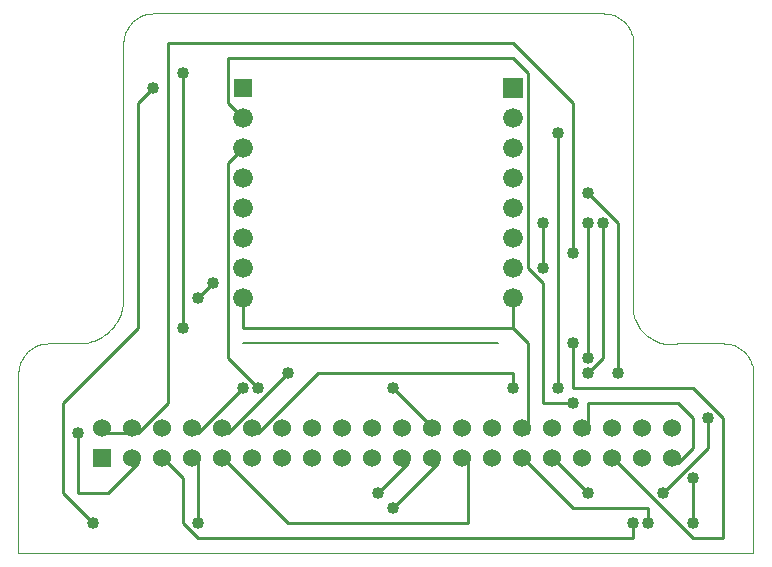
<source format=gtl>
G75*
%MOIN*%
%OFA0B0*%
%FSLAX24Y24*%
%IPPOS*%
%LPD*%
%AMOC8*
5,1,8,0,0,1.08239X$1,22.5*
%
%ADD10C,0.0000*%
%ADD11R,0.0600X0.0600*%
%ADD12C,0.0600*%
%ADD13C,0.0660*%
%ADD14R,0.0660X0.0660*%
%ADD15C,0.0050*%
%ADD16C,0.0100*%
%ADD17C,0.0400*%
D10*
X000500Y000100D02*
X000500Y006100D01*
X000502Y006160D01*
X000507Y006221D01*
X000516Y006280D01*
X000529Y006339D01*
X000545Y006398D01*
X000565Y006455D01*
X000588Y006510D01*
X000615Y006565D01*
X000644Y006617D01*
X000677Y006668D01*
X000713Y006717D01*
X000751Y006763D01*
X000793Y006807D01*
X000837Y006849D01*
X000883Y006887D01*
X000932Y006923D01*
X000983Y006956D01*
X001035Y006985D01*
X001090Y007012D01*
X001145Y007035D01*
X001202Y007055D01*
X001261Y007071D01*
X001320Y007084D01*
X001379Y007093D01*
X001440Y007098D01*
X001500Y007100D01*
X002500Y007100D01*
X002576Y007102D01*
X002652Y007108D01*
X002727Y007117D01*
X002802Y007131D01*
X002876Y007148D01*
X002949Y007169D01*
X003021Y007193D01*
X003092Y007222D01*
X003161Y007253D01*
X003228Y007288D01*
X003293Y007327D01*
X003357Y007369D01*
X003418Y007414D01*
X003477Y007462D01*
X003533Y007513D01*
X003587Y007567D01*
X003638Y007623D01*
X003686Y007682D01*
X003731Y007743D01*
X003773Y007807D01*
X003812Y007872D01*
X003847Y007939D01*
X003878Y008008D01*
X003907Y008079D01*
X003931Y008151D01*
X003952Y008224D01*
X003969Y008298D01*
X003983Y008373D01*
X003992Y008448D01*
X003998Y008524D01*
X004000Y008600D01*
X004000Y017100D01*
X004002Y017160D01*
X004007Y017221D01*
X004016Y017280D01*
X004029Y017339D01*
X004045Y017398D01*
X004065Y017455D01*
X004088Y017510D01*
X004115Y017565D01*
X004144Y017617D01*
X004177Y017668D01*
X004213Y017717D01*
X004251Y017763D01*
X004293Y017807D01*
X004337Y017849D01*
X004383Y017887D01*
X004432Y017923D01*
X004483Y017956D01*
X004535Y017985D01*
X004590Y018012D01*
X004645Y018035D01*
X004702Y018055D01*
X004761Y018071D01*
X004820Y018084D01*
X004879Y018093D01*
X004940Y018098D01*
X005000Y018100D01*
X020000Y018100D01*
X020060Y018098D01*
X020121Y018093D01*
X020180Y018084D01*
X020239Y018071D01*
X020298Y018055D01*
X020355Y018035D01*
X020410Y018012D01*
X020465Y017985D01*
X020517Y017956D01*
X020568Y017923D01*
X020617Y017887D01*
X020663Y017849D01*
X020707Y017807D01*
X020749Y017763D01*
X020787Y017717D01*
X020823Y017668D01*
X020856Y017617D01*
X020885Y017565D01*
X020912Y017510D01*
X020935Y017455D01*
X020955Y017398D01*
X020971Y017339D01*
X020984Y017280D01*
X020993Y017221D01*
X020998Y017160D01*
X021000Y017100D01*
X021000Y008100D01*
X021015Y008033D01*
X021034Y007966D01*
X021057Y007901D01*
X021083Y007837D01*
X021112Y007775D01*
X021145Y007714D01*
X021181Y007655D01*
X021220Y007598D01*
X021263Y007543D01*
X021308Y007491D01*
X021356Y007441D01*
X021406Y007394D01*
X021459Y007350D01*
X021514Y007309D01*
X021572Y007270D01*
X021631Y007235D01*
X021692Y007203D01*
X021755Y007175D01*
X021820Y007150D01*
X021885Y007128D01*
X021952Y007110D01*
X022020Y007096D01*
X022088Y007085D01*
X022156Y007078D01*
X022225Y007075D01*
X022294Y007076D01*
X022363Y007080D01*
X022432Y007088D01*
X022500Y007100D01*
X024000Y007100D01*
X024060Y007098D01*
X024121Y007093D01*
X024180Y007084D01*
X024239Y007071D01*
X024298Y007055D01*
X024355Y007035D01*
X024410Y007012D01*
X024465Y006985D01*
X024517Y006956D01*
X024568Y006923D01*
X024617Y006887D01*
X024663Y006849D01*
X024707Y006807D01*
X024749Y006763D01*
X024787Y006717D01*
X024823Y006668D01*
X024856Y006617D01*
X024885Y006565D01*
X024912Y006510D01*
X024935Y006455D01*
X024955Y006398D01*
X024971Y006339D01*
X024984Y006280D01*
X024993Y006221D01*
X024998Y006160D01*
X025000Y006100D01*
X025000Y000100D01*
X000500Y000100D01*
D11*
X003295Y003269D03*
X008000Y015600D03*
D12*
X008290Y004270D03*
X007290Y004270D03*
X006290Y004270D03*
X005290Y004270D03*
X004290Y004270D03*
X003290Y004270D03*
X004290Y003270D03*
X005290Y003270D03*
X006290Y003270D03*
X007290Y003270D03*
X008290Y003270D03*
X009290Y003270D03*
X010290Y003270D03*
X011290Y003270D03*
X012290Y003270D03*
X013290Y003270D03*
X014290Y003270D03*
X015290Y003270D03*
X016290Y003270D03*
X017290Y003270D03*
X018290Y003270D03*
X019290Y003270D03*
X020290Y003270D03*
X021290Y003270D03*
X022290Y003270D03*
X022290Y004270D03*
X021290Y004270D03*
X020290Y004270D03*
X019290Y004270D03*
X018290Y004270D03*
X017290Y004270D03*
X016290Y004270D03*
X015290Y004270D03*
X014290Y004270D03*
X013290Y004270D03*
X012290Y004270D03*
X011290Y004270D03*
X010290Y004270D03*
X009290Y004270D03*
D13*
X008000Y008600D03*
X008000Y009600D03*
X008000Y010600D03*
X008000Y011600D03*
X008000Y012600D03*
X008000Y013600D03*
X008000Y014600D03*
X017000Y014600D03*
X017000Y013600D03*
X017000Y012600D03*
X017000Y011600D03*
X017000Y010600D03*
X017000Y009600D03*
X017000Y008600D03*
D14*
X017000Y015600D03*
D15*
X016500Y007100D02*
X008000Y007100D01*
D16*
X008000Y007600D02*
X017000Y007600D01*
X017500Y007100D01*
X017500Y004100D01*
X017290Y004270D01*
X018000Y005100D02*
X018000Y009100D01*
X017500Y009600D01*
X017500Y016100D01*
X017000Y016600D01*
X007500Y016600D01*
X007500Y015100D01*
X008000Y014600D01*
X008000Y013600D02*
X007500Y013100D01*
X007500Y006600D01*
X008500Y005600D01*
X008000Y005600D02*
X006500Y004100D01*
X006290Y004270D01*
X007290Y004270D02*
X007500Y004100D01*
X009500Y006100D01*
X010500Y006100D02*
X017000Y006100D01*
X017000Y005600D01*
X018000Y005100D02*
X019000Y005100D01*
X019000Y005600D02*
X019000Y007100D01*
X019500Y006600D02*
X019500Y011100D01*
X020000Y011100D02*
X020000Y006600D01*
X019500Y006100D01*
X019000Y005600D02*
X023000Y005600D01*
X024000Y004600D01*
X024000Y000600D01*
X023000Y000600D01*
X020500Y003100D01*
X020290Y003270D01*
X019500Y004100D02*
X019290Y004270D01*
X019500Y004100D02*
X019500Y005100D01*
X022500Y005100D01*
X023000Y004600D01*
X023000Y003600D01*
X022500Y003100D01*
X022290Y003270D01*
X023000Y002600D02*
X023000Y001100D01*
X022000Y002100D02*
X023500Y003600D01*
X023500Y004600D01*
X020500Y006100D02*
X020500Y011100D01*
X019500Y012100D01*
X018000Y011100D02*
X018000Y009600D01*
X019000Y010100D02*
X019000Y015100D01*
X017000Y017100D01*
X005500Y017100D01*
X005500Y005100D01*
X004500Y004100D01*
X004290Y004270D01*
X004500Y004100D02*
X003500Y004100D01*
X003290Y004270D01*
X002500Y004100D02*
X002500Y002100D01*
X003500Y002100D01*
X004500Y003100D01*
X004290Y003270D01*
X005290Y003270D02*
X005500Y003100D01*
X006000Y002600D01*
X006000Y001100D01*
X006500Y000600D01*
X021000Y000600D01*
X021000Y001100D01*
X021500Y001100D02*
X021500Y001600D01*
X019000Y001600D01*
X017500Y003100D01*
X017290Y003270D01*
X018290Y003270D02*
X018500Y003100D01*
X019500Y002100D01*
X015500Y003100D02*
X015500Y001100D01*
X009500Y001100D01*
X007500Y003100D01*
X007290Y003270D01*
X006500Y003100D02*
X006290Y003270D01*
X006500Y003100D02*
X006500Y001100D01*
X003000Y001100D02*
X002000Y002100D01*
X002000Y005100D01*
X004500Y007600D01*
X004500Y015100D01*
X005000Y015600D01*
X006000Y016100D02*
X006000Y007600D01*
X006500Y008600D02*
X007000Y009100D01*
X008000Y008600D02*
X008000Y007600D01*
X010500Y006100D02*
X008500Y004100D01*
X008290Y004270D01*
X012500Y002100D02*
X013500Y003100D01*
X013290Y003270D01*
X014290Y003270D02*
X014500Y003100D01*
X013000Y001600D01*
X015290Y003270D02*
X015500Y003100D01*
X014500Y004100D02*
X014290Y004270D01*
X014500Y004100D02*
X013000Y005600D01*
X017000Y007600D02*
X017000Y008600D01*
X018500Y005600D02*
X018500Y014100D01*
D17*
X018500Y014100D03*
X019500Y012100D03*
X019500Y011100D03*
X020000Y011100D03*
X019000Y010100D03*
X018000Y009600D03*
X018000Y011100D03*
X019000Y007100D03*
X019500Y006600D03*
X019500Y006100D03*
X020500Y006100D03*
X019000Y005100D03*
X018500Y005600D03*
X017000Y005600D03*
X013000Y005600D03*
X009500Y006100D03*
X008500Y005600D03*
X008000Y005600D03*
X006000Y007600D03*
X006500Y008600D03*
X007000Y009100D03*
X002500Y004100D03*
X003000Y001100D03*
X006500Y001100D03*
X012500Y002100D03*
X013000Y001600D03*
X019500Y002100D03*
X021000Y001100D03*
X021500Y001100D03*
X022000Y002100D03*
X023000Y002600D03*
X023000Y001100D03*
X023500Y004600D03*
X006000Y016100D03*
X005000Y015600D03*
M02*

</source>
